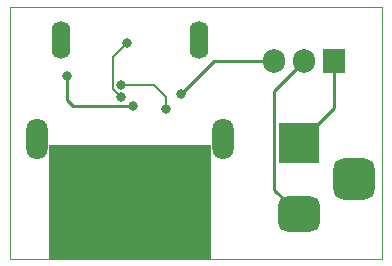
<source format=gbl>
G04 #@! TF.GenerationSoftware,KiCad,Pcbnew,(6.0.8)*
G04 #@! TF.CreationDate,2022-12-10T17:07:18-08:00*
G04 #@! TF.ProjectId,usb_power2,7573625f-706f-4776-9572-322e6b696361,rev?*
G04 #@! TF.SameCoordinates,Original*
G04 #@! TF.FileFunction,Copper,L2,Bot*
G04 #@! TF.FilePolarity,Positive*
%FSLAX46Y46*%
G04 Gerber Fmt 4.6, Leading zero omitted, Abs format (unit mm)*
G04 Created by KiCad (PCBNEW (6.0.8)) date 2022-12-10 17:07:18*
%MOMM*%
%LPD*%
G01*
G04 APERTURE LIST*
G04 Aperture macros list*
%AMRoundRect*
0 Rectangle with rounded corners*
0 $1 Rounding radius*
0 $2 $3 $4 $5 $6 $7 $8 $9 X,Y pos of 4 corners*
0 Add a 4 corners polygon primitive as box body*
4,1,4,$2,$3,$4,$5,$6,$7,$8,$9,$2,$3,0*
0 Add four circle primitives for the rounded corners*
1,1,$1+$1,$2,$3*
1,1,$1+$1,$4,$5*
1,1,$1+$1,$6,$7*
1,1,$1+$1,$8,$9*
0 Add four rect primitives between the rounded corners*
20,1,$1+$1,$2,$3,$4,$5,0*
20,1,$1+$1,$4,$5,$6,$7,0*
20,1,$1+$1,$6,$7,$8,$9,0*
20,1,$1+$1,$8,$9,$2,$3,0*%
G04 Aperture macros list end*
G04 #@! TA.AperFunction,Profile*
%ADD10C,0.100000*%
G04 #@! TD*
G04 #@! TA.AperFunction,ComponentPad*
%ADD11O,1.800000X3.500000*%
G04 #@! TD*
G04 #@! TA.AperFunction,ComponentPad*
%ADD12R,1.905000X2.000000*%
G04 #@! TD*
G04 #@! TA.AperFunction,ComponentPad*
%ADD13O,1.905000X2.000000*%
G04 #@! TD*
G04 #@! TA.AperFunction,ComponentPad*
%ADD14O,1.600000X3.200000*%
G04 #@! TD*
G04 #@! TA.AperFunction,ComponentPad*
%ADD15R,3.500000X3.500000*%
G04 #@! TD*
G04 #@! TA.AperFunction,ComponentPad*
%ADD16RoundRect,0.750000X1.000000X-0.750000X1.000000X0.750000X-1.000000X0.750000X-1.000000X-0.750000X0*%
G04 #@! TD*
G04 #@! TA.AperFunction,ComponentPad*
%ADD17RoundRect,0.875000X0.875000X-0.875000X0.875000X0.875000X-0.875000X0.875000X-0.875000X-0.875000X0*%
G04 #@! TD*
G04 #@! TA.AperFunction,ViaPad*
%ADD18C,0.800000*%
G04 #@! TD*
G04 #@! TA.AperFunction,Conductor*
%ADD19C,0.250000*%
G04 #@! TD*
G04 #@! TA.AperFunction,Conductor*
%ADD20C,0.200000*%
G04 #@! TD*
G04 APERTURE END LIST*
D10*
X77470000Y-80000000D02*
X91070000Y-80000000D01*
X91070000Y-80000000D02*
X91070000Y-89663000D01*
X91070000Y-89663000D02*
X77470000Y-89663000D01*
X77470000Y-89663000D02*
X77470000Y-80000000D01*
G36*
X77470000Y-80000000D02*
G01*
X91070000Y-80000000D01*
X91070000Y-89663000D01*
X77470000Y-89663000D01*
X77470000Y-80000000D01*
G37*
X105664000Y-89662000D02*
X74168000Y-89662000D01*
X74168000Y-89662000D02*
X74168000Y-68326000D01*
X74168000Y-68326000D02*
X105664000Y-68326000D01*
X105664000Y-68326000D02*
X105664000Y-89662000D01*
D11*
G04 #@! TO.P,J3,S_8*
G04 #@! TO.N,N/C*
X92227999Y-79489300D03*
G04 #@! TO.P,J3,S_9*
X76428001Y-79489300D03*
G04 #@! TD*
D12*
G04 #@! TO.P,U1,1,VI*
G04 #@! TO.N,Net-(J2-Pad1)*
X101600000Y-72898000D03*
D13*
G04 #@! TO.P,U1,2,GND*
G04 #@! TO.N,Net-(J2-Pad2)*
X99060000Y-72898000D03*
G04 #@! TO.P,U1,3,VO*
G04 #@! TO.N,Net-(J3-Pad1)*
X96520000Y-72898000D03*
G04 #@! TD*
D14*
G04 #@! TO.P,J1,S1*
G04 #@! TO.N,N/C*
X90178000Y-71120000D03*
G04 #@! TO.P,J1,S2*
X78478000Y-71120000D03*
G04 #@! TD*
D15*
G04 #@! TO.P,J2,1*
G04 #@! TO.N,Net-(J2-Pad1)*
X98610500Y-79852000D03*
D16*
G04 #@! TO.P,J2,2*
G04 #@! TO.N,Net-(J2-Pad2)*
X98610500Y-85852000D03*
D17*
G04 #@! TO.P,J2,3*
G04 #@! TO.N,N/C*
X103310500Y-82852000D03*
G04 #@! TD*
D18*
G04 #@! TO.N,Net-(J3-Pad1)*
X88646000Y-75692000D03*
G04 #@! TO.N,GND*
X84582000Y-76708000D03*
X78994000Y-74168000D03*
G04 #@! TO.N,SSRX+*
X83566000Y-75946000D03*
X84074000Y-71374000D03*
G04 #@! TO.N,D-*
X87376000Y-76962000D03*
X83566000Y-74930000D03*
G04 #@! TD*
D19*
G04 #@! TO.N,Net-(J2-Pad2)*
X96535500Y-83777000D02*
X98610500Y-85852000D01*
X96535500Y-75422500D02*
X96535500Y-83777000D01*
X99060000Y-72898000D02*
X96535500Y-75422500D01*
G04 #@! TO.N,Net-(J2-Pad1)*
X101600000Y-76862500D02*
X98610500Y-79852000D01*
X101600000Y-72898000D02*
X101600000Y-76862500D01*
G04 #@! TO.N,Net-(J3-Pad1)*
X91440000Y-72898000D02*
X96520000Y-72898000D01*
G04 #@! TO.N,Net-(J2-Pad2)*
X97282000Y-85852000D02*
X99626500Y-85852000D01*
G04 #@! TO.N,Net-(J3-Pad1)*
X88646000Y-75692000D02*
X91440000Y-72898000D01*
G04 #@! TO.N,GND*
X78994000Y-76200000D02*
X79502000Y-76708000D01*
X78994000Y-74168000D02*
X78994000Y-76200000D01*
X79502000Y-76708000D02*
X84582000Y-76708000D01*
D20*
G04 #@! TO.N,SSRX+*
X83312000Y-75692000D02*
X83566000Y-75946000D01*
X84074000Y-71374000D02*
X82866000Y-72582000D01*
X82866000Y-72582000D02*
X82866000Y-75246000D01*
X82866000Y-75246000D02*
X83312000Y-75692000D01*
G04 #@! TO.N,D-*
X87376000Y-75946000D02*
X87376000Y-76962000D01*
X87122000Y-75692000D02*
X87376000Y-75946000D01*
X86360000Y-74930000D02*
X87122000Y-75692000D01*
X83566000Y-74930000D02*
X86360000Y-74930000D01*
G04 #@! TD*
M02*

</source>
